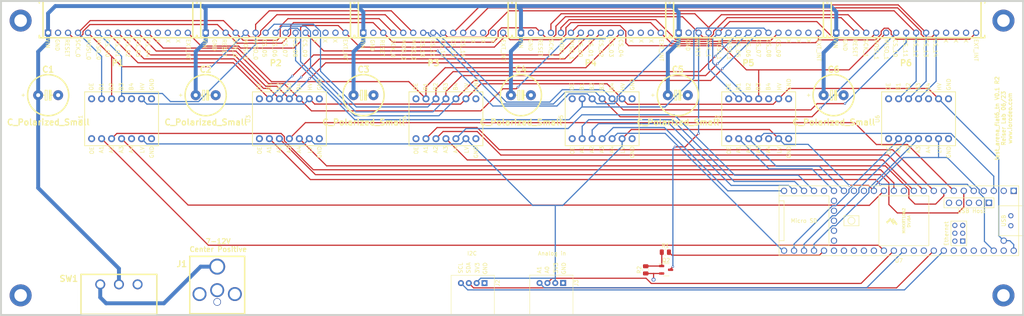
<source format=kicad_pcb>
(kicad_pcb (version 20241229) (generator "pcbnew") (generator_version "9.0")
  (title_block (title "G4 Test Arena Teensy 4.1") (date "7/14/2023") (rev "v0.1") (company "IORodeo"))
  (layers (0 "F.Cu" signal) (4 "In1.Cu" signal) (6 "In2.Cu" signal) (2 "B.Cu" signal) (13 "F.Paste" user) (15 "B.Paste" user) (5 "F.SilkS" user "F.Silkscreen") (7 "B.SilkS" user "B.Silkscreen") (1 "F.Mask" user) (3 "B.Mask" user) (25 "Edge.Cuts" user))
  (net 0 "")
  (net 1 "/3V3")
  (net 2 "/5V")
  (net 3 "/VIN")
  (net 4 "/VIN_SW")
  (net 5 "/SDA")
  (net 6 "/EXT_INT_5V")
  (net 7 "/MISO_0_3V3")
  (net 8 "/MISO_0_5V")
  (net 9 "/SCL")
  (net 10 "/A0")
  (net 11 "/MISO_1_3V3")
  (net 12 "/MISO_1_5V")
  (net 13 "/A1")
  (net 14 "/CS_00_5V")
  (net 15 "/CS_01_5V")
  (net 16 "/CS_02_5V")
  (net 17 "/CS_03_5V")
  (net 18 "/CS_04_5V")
  (net 21 "/MOSI_0_3V3")
  (net 22 "/MOSI_0_5V")
  (net 24 "/CS_05_5V")
  (net 25 "/MOSI_1_3V3")
  (net 26 "/MOSI_1_5V")
  (net 27 "/CS_06_5V")
  (net 28 "/CS_07_5V")
  (net 29 "/CS_08_5V")
  (net 30 "/CS_09_5V")
  (net 31 "/RESET")
  (net 32 "/RESET_PAN")
  (net 33 "/SCK_0_3V3")
  (net 34 "/SCK_0_5V")
  (net 35 "/SCK_1_3V3")
  (net 36 "/SCK_1_5V")
  (net 37 "GND")
  (net 41 "/CS_10_5V")
  (net 42 "/CS_11_5V")
  (net 43 "/CS_12_5V")
  (net 44 "/CS_13_5V")
  (net 45 "/CS_14_5V")
  (net 58 "Net-(Q2-G)")
  (net 68 "/CS_00_3V3")
  (net 69 "/CS_01_3V3")
  (net 70 "/CS_02_3V3")
  (net 71 "/CS_03_3V3")
  (net 74 "/CS_04_3V3")
  (net 75 "/CS_05_3V3")
  (net 76 "/CS_06_3V3")
  (net 77 "/CS_07_3V3")
  (net 80 "/CS_08_3V3")
  (net 81 "/CS_09_3V3")
  (net 82 "/CS_10_3V3")
  (net 83 "/CS_11_3V3")
  (net 86 "/CS_12_3V3")
  (net 87 "/CS_13_3V3")
  (net 88 "/CS_14_3V3")
  (footprint "arena_custom:Capacitor_Polarized" (layer "F.Cu") (at 52 74)
    (property "Reference" "C1")
    (property "Value" "C_Polarized_Small")
  )
  (footprint "arena_custom:Capacitor_Polarized" (layer "F.Cu") (at 92.0702 74)
    (property "Reference" "C2")
    (property "Value" "C_Polarized_Small")
  )
  (footprint "arena_custom:Capacitor_Polarized" (layer "F.Cu") (at 132.2202 74)
    (property "Reference" "C3")
    (property "Value" "C_Polarized_Small")
  )
  (footprint "arena_custom:Capacitor_Polarized" (layer "F.Cu") (at 172.25 74)
    (property "Reference" "C4")
    (property "Value" "C_Polarized_Small")
  )
  (footprint "arena_custom:Capacitor_Polarized" (layer "F.Cu") (at 212.1702 74)
    (property "Reference" "C5")
    (property "Value" "C_Polarized_Small")
  )
  (footprint "arena_custom:HEADER_TOP" (layer "F.Cu") (at 69.75 58.1)
    (property "Reference" "P1")
    (property "Value" "CONN15")
  )
  (footprint "arena_custom:HEADER_TOP" (layer "F.Cu") (at 109.85 58.1)
    (property "Reference" "P2")
    (property "Value" "CONN15")
  )
  (footprint "arena_custom:HEADER_TOP" (layer "F.Cu") (at 149.95 58.1)
    (property "Reference" "P3")
    (property "Value" "CONN15")
  )
  (footprint "arena_custom:HEADER_TOP" (layer "F.Cu") (at 190.05 58.1)
    (property "Reference" "P4")
    (property "Value" "CONN15")
  )
  (footprint "arena_custom:HEADER_TOP" (layer "F.Cu") (at 230.15 58.1)
    (property "Reference" "P5")
    (property "Value" "CONN15")
  )
  (footprint "arena_custom:HEADER_TOP" (layer "F.Cu") (at 270.25 58.1)
    (property "Reference" "P6")
    (property "Value" "CONN15")
  )
  (footprint "arena_custom:slide_switch" (layer "F.Cu") (at 70 124.74)
    (property "Reference" "SW1")
    (property "Value" "SW_SPDT" (hide yes))
  )
  (footprint "arena_custom:SPARKFUN_TXB0104" (layer "F.Cu") (at 70.68 80 90)
    (property "Reference" "U1")
    (property "Value" "SPARKFUN_TXB0104" (hide yes))
  )
  (footprint "arena_custom:SPARKFUN_TXB0104" (layer "F.Cu") (at 232.74 80 90)
    (property "Reference" "U2")
    (property "Value" "SPARKFUN_TXB0104" (hide yes))
  )
  (footprint "arena_custom:SPARKFUN_TXB0104" (layer "F.Cu") (at 113.36 80 90)
    (property "Reference" "U3")
    (property "Value" "SPARKFUN_TXB0104" (hide yes))
  )
  (footprint "arena_custom:SPARKFUN_TXB0104" (layer "F.Cu") (at 153.18 80 90)
    (property "Reference" "U4")
    (property "Value" "SPARKFUN_TXB0104" (hide yes))
  )
  (footprint "arena_custom:SPARKFUN_TXB0104" (layer "F.Cu") (at 192.92 80 90)
    (property "Reference" "U5")
    (property "Value" "SPARKFUN_TXB0104" (hide yes))
  )
  (footprint "arena_custom:SPARKFUN_TXB0104" (layer "F.Cu") (at 273.41 80 90)
    (property "Reference" "U6")
    (property "Value" "SPARKFUN_TXB0104" (hide yes))
  )
  (footprint "arena_custom:DCJACK_2PIN_HIGHCURRENT" (layer "F.Cu") (at 95 129.6738 180)
    (property "Reference" "J1")
    (property "Value" "Barrel_Jack" (hide yes))
  )
  (footprint "arena_custom:NS-Tech_Grove_1x04_P2mm_Horizontal" (layer "F.Cu") (at 160 121.88 -90)
    (property "Reference" "J2")
    (property "Value" "Conn_01x04_Pin")
  )
  (footprint "MountingHole:MountingHole_3.2mm_M3_DIN965_Pad" (layer "F.Cu") (at 45 55)
    (property "Reference" "H1" (hide yes))
    (property "Value" "MountingHole_Pad")
  )
  (footprint "MountingHole:MountingHole_3.2mm_M3_DIN965_Pad" (layer "F.Cu") (at 45 125)
    (property "Reference" "H2" (hide yes))
    (property "Value" "MountingHole_Pad")
  )
  (footprint "MountingHole:MountingHole_3.2mm_M3_DIN965_Pad" (layer "F.Cu") (at 295 55)
    (property "Reference" "H4" (hide yes))
    (property "Value" "MountingHole_Pad")
  )
  (footprint "teensy:Teensy41" (layer "F.Cu") (at 268.4 105.9884 180)
    (property "Reference" "U7")
    (property "Value" "Teensy4.1")
  )
  (footprint "MountingHole:MountingHole_3.2mm_M3_DIN965_Pad" (layer "F.Cu") (at 295 125)
    (property "Reference" "H3" (hide yes))
    (property "Value" "MountingHole_Pad")
  )
  (footprint "arena_custom:NS-Tech_Grove_1x04_P2mm_Horizontal" (layer "F.Cu") (at 180 121.85 -90)
    (property "Reference" "J3")
    (property "Value" "Conn_01x04_Pin")
  )
  (footprint "Resistor_SMD:R_0805_2012Metric" (layer "F.Cu") (at 209 114)
    (property "Reference" "R1")
    (property "Value" "200")
  )
  (footprint "arena_custom:Capacitor_Polarized" (layer "F.Cu") (at 251.8 74)
    (property "Reference" "C6")
    (property "Value" "C_Polarized_Small")
  )
  (footprint "Resistor_SMD:R_0805_2012Metric" (layer "F.Cu") (at 204 118.5 90)
    (property "Reference" "R2")
    (property "Value" "20k")
  )
  (footprint "Package_TO_SOT_SMD:SOT-23-3" (layer "F.Cu") (at 209.19 118.48)
    (property "Reference" "Q2")
    (property "Value" "MOSFET_NCHAN")
  )
  (gr_line (start 40 50) (end 40 130) (stroke (width 0.5)) (layer "Edge.Cuts"))
  (gr_line (start 40 50) (end 300 50) (stroke (width 0.5)) (layer "Edge.Cuts"))
  (gr_line (start 40 130) (end 300 130) (stroke (width 0.5)) (layer "Edge.Cuts"))
  (gr_line (start 300 50) (end 300 130) (stroke (width 0.5)) (layer "Edge.Cuts"))
  (gr_text "7-12V\nCenter Positive" (at 95.25 112.25 0) (layer "F.SilkS") (effects (font (size 1.27 1.27) (thickness 0.254))))
  (gr_text "test_arena_flat6_tn V0.1 R2\nReiser Lab 06/23\nwww.iorodeo.com" (at 295.02 79.88 90) (layer "F.SilkS") (effects (font (size 1.016 1.016) (thickness 0.2032))))
  (gr_text "CS_08" (at 234.7 59.6 270) (layer "F.SilkS") (effects (font (size 1 1)) (justify left bottom)))
  (gr_text "EXT_INT" (at 167.2 59.7 270) (layer "F.SilkS") (effects (font (size 1 1)) (justify left bottom)))
  (gr_text "CS_06" (at 229.5 59.6 270) (layer "F.SilkS") (effects (font (size 1 1)) (justify left bottom)))
  (gr_text "RESET" (at 216.65 59.6 270) (layer "F.SilkS") (effects (font (size 1 1)) (justify left bottom)))
  (gr_text "SCK_0" (at 139.15 59.7 270) (layer "F.SilkS") (effects (font (size 1 1)) (justify left bottom)))
  (gr_text "SDA" (at 159.5 119.5 90) (layer "F.SilkS") (effects (font (size 1 1)) (justify left bottom)))
  (gr_text "CS_04" (at 197.1 59.6 270) (layer "F.SilkS") (effects (font (size 1 1)) (justify left bottom)))
  (gr_text "CS_13" (at 154.45 59.7 270) (layer "F.SilkS") (effects (font (size 1 1)) (justify left bottom)))
  (gr_text "X" (at 162.05 59.7 270) (layer "F.SilkS") (effects (font (size 1 1)) (justify left bottom)))
  (gr_text "A1" (at 177.5 119.5 90) (layer "F.SilkS") (effects (font (size 1 1)) (justify left bottom)))
  (gr_text "CS_02" (at 71.7 59.6 270) (layer "F.SilkS") (effects (font (size 1 1)) (justify left bottom)))
  (gr_text "CS_09" (at 237.15 59.6 270) (layer "F.SilkS") (effects (font (size 1 1)) (justify left bottom)))
  (gr_text "EXT_INT" (at 207.4 59.6 270) (layer "F.SilkS") (effects (font (size 1 1)) (justify left bottom)))
  (gr_text "CS_14" (at 277.15 59.6 270) (layer "F.SilkS") (effects (font (size 1 1)) (justify left bottom)))
  (gr_text "CS_01" (at 189.45 59.6 270) (layer "F.SilkS") (effects (font (size 1 1)) (justify left bottom)))
  (gr_text "MISO_1" (at 184.6 59.6 270) (layer "F.SilkS") (effects (font (size 1 1)) (justify left bottom)))
  (gr_text "GND" (at 183.75 119.75 90) (layer "F.SilkS") (effects (font (size 1 1)) (justify left bottom)))
  (gr_text "MISO_0" (at 104.2 59.6 270) (layer "F.SilkS") (effects (font (size 1 1)) (justify left bottom)))
  (gr_text "RESET" (at 56.25 59.6 270) (layer "F.SilkS") (effects (font (size 1 1)) (justify left bottom)))
  (gr_text "EXT_INT" (at 247.45 59.6 270) (layer "F.SilkS") (effects (font (size 1 1)) (justify left bottom)))
  (gr_text "X" (at 119.3 59.6 270) (layer "F.SilkS") (effects (font (size 1 1)) (justify left bottom)))
  (gr_text "CS_07" (at 232.1 59.6 270) (layer "F.SilkS") (effects (font (size 1 1)) (justify left bottom)))
  (gr_text "A0" (at 179.5 119.5 90) (layer "F.SilkS") (effects (font (size 1 1)) (justify left bottom)))
  (gr_text "X" (at 159.5 59.7 270) (layer "F.SilkS") (effects (font (size 1 1)) (justify left bottom)))
  (gr_text "MOSI_1" (at 222.1 59.6 270) (layer "F.SilkS") (effects (font (size 1 1)) (justify left bottom)))
  (gr_text "X" (at 124.4 59.6 270) (layer "F.SilkS") (effects (font (size 1 1)) (justify left bottom)))
  (gr_text "MOSI_0" (at 101.65 59.6 270) (layer "F.SilkS") (effects (font (size 1 1)) (justify left bottom)))
  (gr_text "SCL" (at 157.5 119.5 90) (layer "F.SilkS") (effects (font (size 1 1)) (justify left bottom)))
  (gr_text "X" (at 242.3 59.6 270) (layer "F.SilkS") (effects (font (size 1 1)) (justify left bottom)))
  (gr_text "Analog in" (at 176.5 114.9 0) (layer "F.SilkS") (effects (font (size 1 1)) (justify left bottom)))
  (gr_text "MOSI_1" (at 262.1 59.6 270) (layer "F.SilkS") (effects (font (size 1 1)) (justify left bottom)))
  (gr_text "X" (at 244.85 59.6 270) (layer "F.SilkS") (effects (font (size 1 1)) (justify left bottom)))
  (gr_text "CS_03" (at 74.3 59.6 270) (layer "F.SilkS") (effects (font (size 1 1)) (justify left bottom)))
  (gr_text "CS_09" (at 116.7 59.6 270) (layer "F.SilkS") (effects (font (size 1 1)) (justify left bottom)))
  (gr_text "MOSI_0" (at 141.85 59.7 270) (layer "F.SilkS") (effects (font (size 1 1)) (justify left bottom)))
  (gr_text "X" (at 284.85 59.6 270) (layer "F.SilkS") (effects (font (size 1 1)) (justify left bottom)))
  (gr_text "SCK_1" (at 259.4 59.6 270) (layer "F.SilkS") (effects (font (size 1 1)) (justify left bottom)))
  (gr_text "SCK_0" (at 98.95 59.6 270) (layer "F.SilkS") (effects (font (size 1 1)) (justify left bottom)))
  (gr_text "MOSI_0" (at 61.7 59.6 270) (layer "F.SilkS") (effects (font (size 1 1)) (justify left bottom)))
  (gr_text "CS_05" (at 106.45 59.6 270) (layer "F.SilkS") (effects (font (size 1 1)) (justify left bottom)))
  (gr_text "X" (at 79.35 59.6 270) (layer "F.SilkS") (effects (font (size 1 1)) (justify left bottom)))
  (gr_text "CS_10" (at 146.65 59.7 270) (layer "F.SilkS") (effects (font (size 1 1)) (justify left bottom)))
  (gr_text "I2C" (at 158.5 114.9 0) (layer "F.SilkS") (effects (font (size 1 1)) (justify left bottom)))
  (gr_text "GND" (at 254.15 59.6 270) (layer "F.SilkS") (effects (font (size 1 1)) (justify left bottom)))
  (gr_text "SCK_1" (at 179.35 59.6 270) (layer "F.SilkS") (effects (font (size 1 1)) (justify left bottom)))
  (gr_text "CS_10" (at 266.9 59.6 270) (layer "F.SilkS") (effects (font (size 1 1)) (justify left bottom)))
  (gr_text "CS_11" (at 269.5 59.6 270) (layer "F.SilkS") (effects (font (size 1 1)) (justify left bottom)))
  (gr_text "CS_12" (at 272.1 59.6 270) (layer "F.SilkS") (effects (font (size 1 1)) (justify left bottom)))
  (gr_text "CS_07" (at 111.65 59.6 270) (layer "F.SilkS") (effects (font (size 1 1)) (justify left bottom)))
  (gr_text "VIN" (at 51.3 59.6 270) (layer "F.SilkS") (effects (font (size 1 1)) (justify left bottom)))
  (gr_text "VIN" (at 131.45 59.7 270) (layer "F.SilkS") (effects (font (size 1 1)) (justify left bottom)))
  (gr_text "X" (at 279.75 59.6 270) (layer "F.SilkS") (effects (font (size 1 1)) (justify left bottom)))
  (gr_text "SCK_0" (at 59 59.6 270) (layer "F.SilkS") (effects (font (size 1 1)) (justify left bottom)))
  (gr_text "X" (at 239.75 59.6 270) (layer "F.SilkS") (effects (font (size 1 1)) (justify left bottom)))
  (gr_text "MISO_1" (at 264.65 59.6 270) (layer "F.SilkS") (effects (font (size 1 1)) (justify left bottom)))
  (gr_text "3V3" (at 161.75 119.5 90) (layer "F.SilkS") (effects (font (size 1 1)) (justify left bottom)))
  (gr_text "RESET" (at 136.4 59.7 270) (layer "F.SilkS") (effects (font (size 1 1)) (justify left bottom)))
  (gr_text "RESET" (at 176.6 59.6 270) (layer "F.SilkS") (effects (font (size 1 1)) (justify left bottom)))
  (gr_text "EXT_INT" (at 287.45 59.6 270) (layer "F.SilkS") (effects (font (size 1 1)) (justify left bottom)))
  (gr_text "RESET" (at 256.65 59.6 270) (layer "F.SilkS") (effects (font (size 1 1)) (justify left bottom)))
  (gr_text "MOSI_1" (at 182.05 59.6 270) (layer "F.SilkS") (effects (font (size 1 1)) (justify left bottom)))
  (gr_text "X" (at 164.6 59.7 270) (layer "F.SilkS") (effects (font (size 1 1)) (justify left bottom)))
  (gr_text "RESET" (at 96.2 59.6 270) (layer "F.SilkS") (effects (font (size 1 1)) (justify left bottom)))
  (gr_text "GND" (at 174.1 59.6 270) (layer "F.SilkS") (effects (font (size 1 1)) (justify left bottom)))
  (gr_text "VIN" (at 211.7 59.6 270) (layer "F.SilkS") (effects (font (size 1 1)) (justify left bottom)))
  (gr_text "MISO_0" (at 144.4 59.7 270) (layer "F.SilkS") (effects (font (size 1 1)) (justify left bottom)))
  (gr_text "X" (at 202.25 59.6 270) (layer "F.SilkS") (effects (font (size 1 1)) (justify left bottom)))
  (gr_text "CS_00" (at 66.5 59.6 270) (layer "F.SilkS") (effects (font (size 1 1)) (justify left bottom)))
  (gr_text "CS_14" (at 156.9 59.7 270) (layer "F.SilkS") (effects (font (size 1 1)) (justify left bottom)))
  (gr_text "X" (at 121.85 59.6 270) (layer "F.SilkS") (effects (font (size 1 1)) (justify left bottom)))
  (gr_text "CS_11" (at 149.25 59.7 270) (layer "F.SilkS") (effects (font (size 1 1)) (justify left bottom)))
  (gr_text "SCK_1" (at 219.4 59.6 270) (layer "F.SilkS") (effects (font (size 1 1)) (justify left bottom)))
  (gr_text "CS_06" (at 109.05 59.6 270) (layer "F.SilkS") (effects (font (size 1 1)) (justify left bottom)))
  (gr_text "GND" (at 93.7 59.6 270) (layer "F.SilkS") (effects (font (size 1 1)) (justify left bottom)))
  (gr_text "MISO_0" (at 64.25 59.6 270) (layer "F.SilkS") (effects (font (size 1 1)) (justify left bottom)))
  (gr_text "CS_04" (at 76.75 59.6 270) (layer "F.SilkS") (effects (font (size 1 1)) (justify left bottom)))
  (gr_text "VIN" (at 251.7 59.6 270) (layer "F.SilkS") (effects (font (size 1 1)) (justify left bottom)))
  (gr_text "CS_13" (at 274.7 59.6 270) (layer "F.SilkS") (effects (font (size 1 1)) (justify left bottom)))
  (gr_text "GND" (at 163.75 119.75 90) (layer "F.SilkS") (effects (font (size 1 1)) (justify left bottom)))
  (gr_text "X" (at 199.7 59.6 270) (layer "F.SilkS") (effects (font (size 1 1)) (justify left bottom)))
  (gr_text "GND" (at 214.15 59.6 270) (layer "F.SilkS") (effects (font (size 1 1)) (justify left bottom)))
  (gr_text "CS_00" (at 186.85 59.6 270) (layer "F.SilkS") (effects (font (size 1 1)) (justify left bottom)))
  (gr_text "CS_08" (at 114.25 59.6 270) (layer "F.SilkS") (effects (font (size 1 1)) (justify left bottom)))
  (gr_text "MISO_1" (at 224.65 59.6 270) (layer "F.SilkS") (effects (font (size 1 1)) (justify left bottom)))
  (gr_text "EXT_INT" (at 127 59.6 270) (layer "F.SilkS") (effects (font (size 1 1)) (justify left bottom)))
  (gr_text "GND" (at 53.75 59.6 270) (layer "F.SilkS") (effects (font (size 1 1)) (justify left bottom)))
  (gr_text "VIN" (at 171.65 59.6 270) (layer "F.SilkS") (effects (font (size 1 1)) (justify left bottom)))
  (gr_text "CS_12" (at 151.85 59.7 270) (layer "F.SilkS") (effects (font (size 1 1)) (justify left bottom)))
  (gr_text "CS_01" (at 69.1 59.6 270) (layer "F.SilkS") (effects (font (size 1 1)) (justify left bottom)))
  (gr_text "X" (at 204.8 59.6 270) (layer "F.SilkS") (effects (font (size 1 1)) (justify left bottom)))
  (gr_text "VIN" (at 91.25 59.6 270) (layer "F.SilkS") (effects (font (size 1 1)) (justify left bottom)))
  (gr_text "CS_03" (at 194.65 59.6 270) (layer "F.SilkS") (effects (font (size 1 1)) (justify left bottom)))
  (gr_text "GND" (at 133.9 59.7 270) (layer "F.SilkS") (effects (font (size 1 1)) (justify left bottom)))
  (gr_text "X" (at 81.9 59.6 270) (layer "F.SilkS") (effects (font (size 1 1)) (justify left bottom)))
  (gr_text "EXT_INT" (at 87.05 59.6 270) (layer "F.SilkS") (effects (font (size 1 1)) (justify left bottom)))
  (gr_text "CS_02" (at 192.05 59.6 270) (layer "F.SilkS") (effects (font (size 1 1)) (justify left bottom)))
  (gr_text "X" (at 282.3 59.6 270) (layer "F.SilkS") (effects (font (size 1 1)) (justify left bottom)))
  (gr_text "CS_05" (at 226.9 59.6 270) (layer "F.SilkS") (effects (font (size 1 1)) (justify left bottom)))
  (gr_text "3V3" (at 181.75 119.5 90) (layer "F.SilkS") (effects (font (size 1 1)) (justify left bottom)))
  (gr_text "X" (at 84.45 59.6 270) (layer "F.SilkS") (effects (font (size 1 1)) (justify left bottom)))
  (segment (start 198 85.08) (end 200.33 82.75) (width 0.3) (layer "F.Cu") (net 1))
  (segment (start 262.05 98.3684) (end 260.6695 96.9879) (width 0.3) (layer "F.Cu") (net 1))
  (segment (start 200.33 82.75) (end 235.49 82.75) (width 0.3) (layer "F.Cu") (net 1))
  (segment (start 235.49 82.75) (end 237.82 85.08) (width 0.3) (layer "F.Cu") (net 1))
  (segment (start 260.6695 96.9879) (end 255.7712 96.9879) (width 0.3) (layer "F.Cu") (net 1))
  (via (at 255.7712 96.9879) (size 0.6) (drill 0.3) (layers "F.Cu" "B.Cu") (net 1))
  (segment (start 269.5338 89.8765) (end 278.49 89.8765) (width 0.3) (layer "B.Cu") (net 1))
  (segment (start 161 121.6597) (end 162.0278 120.6319) (width 0.3) (layer "B.Cu") (net 1))
  (segment (start 198 87) (end 198 85.08) (width 0.3) (layer "B.Cu") (net 1))
  (segment (start 181 120.6319) (end 181 102.08) (width 0.3) (layer "B.Cu") (net 1))
  (segment (start 118.44 85.08) (end 119.7792 86.4192) (width 0.3) (layer "B.Cu") (net 1))
  (segment (start 182.92 102.08) (end 198 87) (width 0.3) (layer "B.Cu") (net 1))
  (segment (start 280.6532 89.8765) (end 288.8398 98.0631) (width 0.3) (layer "B.Cu") (net 1))
  (segment (start 262.05 97.3603) (end 269.5338 89.8765) (width 0.3) (layer "B.Cu") (net 1))
  (segment (start 278.49 89.8765) (end 278.49 85.08) (width 0.3) (layer "B.Cu") (net 1))
  (segment (start 75.76 85.08) (end 77.0992 86.4192) (width 0.3) (layer "B.Cu") (net 1))
  (segment (start 162.0278 120.6319) (end 181 120.6319) (width 0.3) (layer "B.Cu") (net 1))
  (segment (start 239.2619 86.5219) (end 237.82 85.08) (width 0.3) (layer "B.Cu") (net 1))
  (segment (start 175.26 102.08) (end 158.26 85.08) (width 0.3) (layer "B.Cu") (net 1))
  (segment (start 255.7712 96.9879) (end 245.3052 86.5219) (width 0.3) (layer "B.Cu") (net 1))
  (segment (start 181 102.08) (end 182.92 102.08) (width 0.3) (layer "B.Cu") (net 1))
  (segment (start 181 102.08) (end 175.26 102.08) (width 0.3) (layer "B.Cu") (net 1))
  (segment (start 288.8398 98.0631) (end 288.8398 98.892) (width 0.3) (layer "B.Cu") (net 1))
  (segment (start 181 121.85) (end 181 120.6319) (width 0.3) (layer "B.Cu") (net 1))
  (segment (start 278.49 89.8765) (end 280.6532 89.8765) (width 0.3) (layer "B.Cu") (net 1))
  (segment (start 161 121.88) (end 161 121.6597) (width 0.3) (layer "B.Cu") (net 1))
  (segment (start 290.1606 100.2128) (end 290.1606 111.239) (width 0.3) (layer "B.Cu") (net 1))
  (segment (start 262.05 98.3684) (end 262.05 97.3603) (width 0.3) (layer "B.Cu") (net 1))
  (segment (start 156.9208 86.4192) (end 158.26 85.08) (width 0.3) (layer "B.Cu") (net 1))
  (segment (start 245.3052 86.5219) (end 239.2619 86.5219) (width 0.3) (layer "B.Cu") (net 1))
  (segment (start 77.0992 86.4192) (end 117.1008 86.4192) (width 0.3) (layer "B.Cu") (net 1))
  (segment (start 288.8398 98.892) (end 290.1606 100.2128) (width 0.3) (layer "B.Cu") (net 1))
  (segment (start 290.1606 111.239) (end 292.53 113.6084) (width 0.3) (layer "B.Cu") (net 1))
  (segment (start 117.1008 86.4192) (end 118.44 85.08) (width 0.3) (layer "B.Cu") (net 1))
  (segment (start 119.7792 86.4192) (end 156.9208 86.4192) (width 0.3) (layer "B.Cu") (net 1))
  (segment (start 194.18 71.1) (end 198 74.92) (width 0.3) (layer "F.Cu") (net 2))
  (segment (start 118.44 74.92) (end 119.7839 76.2639) (width 0.3) (layer "F.Cu") (net 2))
  (segment (start 236.4249 76.3151) (end 237.82 74.92) (width 0.3) (layer "F.Cu") (net 2))
  (segment (start 156.9161 76.2639) (end 158.26 74.92) (width 0.3) (layer "F.Cu") (net 2))
  (segment (start 237.82 74.92) (end 240.4601 72.2799) (width 0.3) (layer "F.Cu") (net 2))
  (segment (start 119.7839 76.2639) (end 156.9161 76.2639) (width 0.3) (layer "F.Cu") (net 2))
  (segment (start 158.26 74.92) (end 162.08 71.1) (width 0.3) (layer "F.Cu") (net 2))
  (segment (start 162.08 71.1) (end 194.18 71.1) (width 0.3) (layer "F.Cu") (net 2))
  (segment (start 240.4601 72.2799) (end 275.8499 72.2799) (width 0.3) (layer "F.Cu") (net 2))
  (segment (start 275.8499 72.2799) (end 278.49 74.92) (width 0.3) (layer "F.Cu") (net 2))
  (segment (start 198 74.92) (end 199.3951 76.3151) (width 0.3) (layer "F.Cu") (net 2))
  (segment (start 199.3951 76.3151) (end 236.4249 76.3151) (width 0.3) (layer "F.Cu") (net 2))
  (segment (start 297.61 113.6084) (end 297.61 112.06) (width 0.3) (layer "B.Cu") (net 2))
  (segment (start 278.49 74.92) (end 293.8 90.23) (width 0.3) (layer "B.Cu") (net 2))
  (segment (start 75.76 74.92) (end 77.1107 76.2707) (width 0.3) (layer "B.Cu") (net 2))
  (segment (start 117.0893 76.2707) (end 118.44 74.92) (width 0.3) (layer "B.Cu") (net 2))
  (segment (start 293.8 109.7984) (end 295.07 111.0684) (width 0.3) (layer "B.Cu") (net 2))
  (segment (start 296.6184 111.0684) (end 295.07 111.0684) (width 0.3) (layer "B.Cu") (net 2))
  (segment (start 293.8 90.23) (end 293.8 109.7984) (width 0.3) (layer "B.Cu") (net 2))
  (segment (start 297.61 112.06) (end 296.6184 111.0684) (width 0.3) (layer "B.Cu") (net 2))
  (segment (start 77.1107 76.2707) (end 117.0893 76.2707) (width 0.3) (layer "B.Cu") (net 2))
  (segment (start 91.31 51.3) (end 91.32 51.31) (width 1) (layer "B.Cu") (net 3))
  (segment (start 212.37 52.93) (end 212.37 58.1) (width 1) (layer "B.Cu") (net 3))
  (segment (start 252.47 58.1) (end 252.47 59.95) (width 1) (layer "B.Cu") (net 3))
  (segment (start 129.68 68.5618) (end 129.68 74) (width 1) (layer "B.Cu") (net 3))
  (segment (start 210.78 51.34) (end 212.37 52.93) (width 1) (layer "B.Cu") (net 3))
  (segment (start 209.63 68.6449) (end 209.6302 68.6451) (width 0.3) (layer "B.Cu") (net 3))
  (segment (start 251.06 51.34) (end 252.47 52.75) (width 1) (layer "B.Cu") (net 3))
  (segment (start 210.78 51.34) (end 251.06 51.34) (width 1) (layer "B.Cu") (net 3))
  (segment (start 91.31 51.3) (end 91.32 51.31) (width 1) (layer "B.Cu") (net 3))
  (segment (start 91.32 51.31) (end 92.07 52.06) (width 1) (layer "B.Cu") (net 3))
  (segment (start 89.5302 62.8998) (end 89.5302 74) (width 1) (layer "B.Cu") (net 3))
  (segment (start 51.97 60.4) (end 51.97 58.1) (width 1) (layer "B.Cu") (net 3))
  (segment (start 70 118.17) (end 49.46 97.63) (width 1) (layer "B.Cu") (net 3))
  (segment (start 209.63 63.2898) (end 209.63 68.6449) (width 1) (layer "B.Cu") (net 3))
  (segment (start 130.67 51.31) (end 171.28 51.31) (width 1) (layer "B.Cu") (net 3))
  (segment (start 210.75 51.31) (end 210.78 51.34) (width 1) (layer "B.Cu") (net 3))
  (segment (start 209.6302 68.6451) (end 209.6302 74) (width 0.3) (layer "B.Cu") (net 3))
  (segment (start 209.63 68.6449) (end 209.63 74) (width 1) (layer "B.Cu") (net 3))
  (segment (start 210.75 51.31) (end 210.78 51.34) (width 1) (layer "B.Cu") (net 3))
  (segment (start 92.07 52.06) (end 92.07 58.1) (width 1) (layer "B.Cu") (net 3))
  (segment (start 132.17 58.1) (end 132.17 60.46) (width 1) (layer "B.Cu") (net 3))
  (segment (start 49.46 62.91) (end 51.97 60.4) (width 1) (layer "B.Cu") (net 3))
  (segment (start 172.27 58.1) (end 172.27 60.27) (width 1) (layer "B.Cu") (net 3))
  (segment (start 49.46 74) (end 49.46 62.91) (width 1) (layer "B.Cu") (net 3))
  (segment (start 172.27 60.27) (end 169.71 62.83) (width 1) (layer "B.Cu") (net 3))
  (segment (start 92.07 60.36) (end 89.5302 62.8998) (width 1) (layer "B.Cu") (net 3))
  (segment (start 172.27 58.1) (end 172.27 52.3) (width 1) (layer "B.Cu") (net 3))
  (segment (start 132.17 60.46) (end 129.68 62.9498) (width 1) (layer "B.Cu") (net 3))
  (segment (start 252.47 52.75) (end 252.47 58.1) (width 1) (layer "B.Cu") (net 3))
  (segment (start 169.71 62.83) (end 169.71 74) (width 1) (layer "B.Cu") (net 3))
  (segment (start 51.97 58.1) (end 51.97 53.16) (width 1) (layer "B.Cu") (net 3))
  (segment (start 70 122.2) (end 70 118.17) (width 1) (layer "B.Cu") (net 3))
  (segment (start 132.17 52.81) (end 132.17 58.1) (width 1) (layer "B.Cu") (net 3))
  (segment (start 91.32 51.31) (end 130.67 51.31) (width 1) (layer "B.Cu") (net 3))
  (segment (start 92.07 58.1) (end 92.07 60.36) (width 1) (layer "B.Cu") (net 3))
  (segment (start 129.68 68.5618) (end 129.6802 68.562) (width 0.3) (layer "B.Cu") (net 3))
  (segment (start 249.26 63.16) (end 249.26 74) (width 1) (layer "B.Cu") (net 3))
  (segment (start 172.27 52.3) (end 171.28 51.31) (width 1) (layer "B.Cu") (net 3))
  (segment (start 212.37 60.55) (end 209.63 63.2898) (width 1) (layer "B.Cu") (net 3))
  (segment (start 252.47 59.95) (end 249.26 63.16) (width 1) (layer "B.Cu") (net 3))
  (segment (start 53.83 51.3) (end 91.31 51.3) (width 1) (layer "B.Cu") (net 3))
  (segment (start 171.28 51.31) (end 210.75 51.31) (width 1) (layer "B.Cu") (net 3))
  (segment (start 129.68 62.9498) (end 129.68 68.5618) (width 1) (layer "B.Cu") (net 3))
  (segment (start 51.97 53.16) (end 53.83 51.3) (width 1) (layer "B.Cu") (net 3))
  (segment (start 49.46 97.63) (end 49.46 74) (width 1) (layer "B.Cu") (net 3))
  (segment (start 130.67 51.31) (end 132.17 52.81) (width 1) (layer "B.Cu") (net 3))
  (segment (start 212.37 58.1) (end 212.37 60.55) (width 1) (layer "B.Cu") (net 3))
  (segment (start 129.6802 68.562) (end 129.6802 74) (width 0.3) (layer "B.Cu") (net 3))
  (segment (start 81.45 127.02) (end 66.74 127.02) (width 1) (layer "B.Cu") (net 4))
  (segment (start 90.785 117.685) (end 81.45 127.02) (width 1) (layer "B.Cu") (net 4))
  (segment (start 95 117.685) (end 90.785 117.685) (width 1) (layer "B.Cu") (net 4))
  (segment (start 66.74 127.02) (end 65.2502 125.53) (width 1) (layer "B.Cu") (net 4))
  (segment (start 65.2502 125.53) (end 65.2502 122.2) (width 1) (layer "B.Cu") (net 4))
  (segment (start 160.2122 123.0922) (end 267.8062 123.0922) (width 0.3) (layer "F.Cu") (net 5))
  (segment (start 159 121.88) (end 160.2122 123.0922) (width 0.3) (layer "F.Cu") (net 5))
  (segment (start 267.8062 123.0922) (end 277.29 113.6084) (width 0.3) (layer "F.Cu") (net 5))
  (segment (start 114.5 62) (end 100.957106 62) (width 0.3) (layer "F.Cu") (net 6))
  (segment (start 266.44 58.4739) (end 267.7211 59.755) (width 0.3) (layer "F.Cu") (net 6))
  (segment (start 264.6663 56.9455) (end 265.6879 56.9455) (width 0.3) (layer "F.Cu") (net 6))
  (segment (start 167.73 59.52) (end 167.73 58.1) (width 0.3) (layer "F.Cu") (net 6))
  (segment (start 165.5 61.75) (end 167.73 59.52) (width 0.3) (layer "F.Cu") (net 6))
  (segment (start 116.2 60.3) (end 114.5 62) (width 0.3) (layer "F.Cu") (net 6))
  (segment (start 247.2261 60.6154) (end 223.3189 60.6154) (width 0.3) (layer "F.Cu") (net 6))
  (segment (start 90.93 61.5) (end 87.53 58.1) (width 0.3) (layer "F.Cu") (net 6))
  (segment (start 247.93 59.9115) (end 247.2261 60.6154) (width 0.3) (layer "F.Cu") (net 6))
  (segment (start 223.0452 60.8891) (end 210.6191 60.8891) (width 0.3) (layer "F.Cu") (net 6))
  (segment (start 127.63 58.1) (end 125.78 56.25) (width 0.3) (layer "F.Cu") (net 6))
  (segment (start 247.93 59.9115) (end 247.93 58.1) (width 0.3) (layer "F.Cu") (net 6))
  (segment (start 205.23 55.5) (end 207.83 58.1) (width 0.3) (layer "F.Cu") (net 6))
  (segment (start 185 55.5) (end 205.23 55.5) (width 0.3) (layer "F.Cu") (net 6))
  (segment (start 265.6879 56.9455) (end 266.44 57.6976) (width 0.3) (layer "F.Cu") (net 6))
  (segment (start 182.3635 59.8626) (end 183.7 58.5261) (width 0.3) (layer "F.Cu") (net 6))
  (segment (start 266.44 57.6976) (end 266.44 58.4739) (width 0.3) (layer "F.Cu") (net 6))
  (segment (start 100.957106 62) (end 100.457106 61.5) (width 0.3) (layer "F.Cu") (net 6))
  (segment (start 116.2 56.8) (end 116.2 60.3) (width 0.3) (layer "F.Cu") (net 6))
  (segment (start 263.9 57.7118) (end 264.6663 56.9455) (width 0.3) (layer "F.Cu") (net 6))
  (segment (start 169.4926 59.8626) (end 182.3635 59.8626) (width 0.3) (layer "F.Cu") (net 6))
  (segment (start 183.7 58.5261) (end 183.7 56.8) (width 0.3) (layer "F.Cu") (net 6))
  (segment (start 116.75 56.25) (end 116.2 56.8) (width 0.3) (layer "F.Cu") (net 6))
  (segment (start 183.7 56.8) (end 185 55.5) (width 0.3) (layer "F.Cu") (net 6))
  (segment (start 127.63 58.1) (end 131.28 61.75) (width 0.3) (layer "F.Cu") (net 6))
  (segment (start 263.9 58.4566) (end 263.9 57.7118) (width 0.3) (layer "F.Cu") (net 6))
  (segment (start 210.6191 60.8891) (end 207.83 58.1) (width 0.3) (layer "F.Cu") (net 6))
  (segment (start 286.375 59.755) (end 288.03 58.1) (width 0.3) (layer "F.Cu") (net 6))
  (segment (start 100.457106 61.5) (end 90.93 61.5) (width 0.3) (layer "F.Cu") (net 6))
  (segment (start 131.28 61.75) (end 165.5 61.75) (width 0.3) (layer "F.Cu") (net 6))
  (segment (start 223.3189 60.6154) (end 223.0452 60.8891) (width 0.3) (layer "F.Cu") (net 6))
  (segment (start 247.93 59.9115) (end 262.4451 59.9115) (width 0.3) (layer "F.Cu") (net 6))
  (segment (start 125.78 56.25) (end 116.75 56.25) (width 0.3) (layer "F.Cu") (net 6))
  (segment (start 267.7211 59.755) (end 286.375 59.755) (width 0.3) (layer "F.Cu") (net 6))
  (segment (start 167.73 58.1) (end 169.4926 59.8626) (width 0.3) (layer "F.Cu") (net 6))
  (segment (start 262.4451 59.9115) (end 263.9 58.4566) (width 0.3) (layer "F.Cu") (net 6))
  (segment (start 251.355254 102) (end 251.413654 102.0584) (width 0.3) (layer "F.Cu") (net 7))
  (segment (start 251.413654 102.0584) (end 260.9 102.0584) (width 0.3) (layer "F.Cu") (net 7))
  (segment (start 87.6 102) (end 251.355254 102) (width 0.3) (layer "F.Cu") (net 7))
  (segment (start 70.68 85.08) (end 87.6 102) (width 0.3) (layer "F.Cu") (net 7))
  (segment (start 260.9 102.0584) (end 264.59 98.3684) (width 0.3) (layer "F.Cu") (net 7))
  (segment (start 108.25 52.5) (end 104.77 55.98) (width 0.3) (layer "F.Cu") (net 8))
  (segment (start 104.77 55.98) (end 104.77 58.1) (width 0.3) (layer "F.Cu") (net 8))
  (segment (start 139.27 52.5) (end 108.25 52.5) (width 0.3) (layer "F.Cu") (net 8))
  (segment (start 144.87 58.1) (end 139.27 52.5) (width 0.3) (layer "F.Cu") (net 8))
  (segment (start 70.68 73.5616) (end 70.68 74.92) (width 0.3) (layer "B.Cu") (net 8))
  (segment (start 64.67 58.1) (end 70.68 64.11) (width 0.3) (layer "B.Cu") (net 8))
  (segment (start 90.2244 75.6336) (end 83.1171 75.6336) (width 0.3) (layer "B.Cu") (net 8))
  (segment (start 83.1171 75.6336) (end 81.0451 73.5616) (width 0.3) (layer "B.Cu") (net 8))
  (segment (start 104.77 58.1) (end 104.77 61.088) (width 0.3) (layer "B.Cu") (net 8))
  (segment (start 70.68 64.11) (end 70.68 73.5616) (width 0.3) (layer "B.Cu") (net 8))
  (segment (start 81.0451 73.5616) (end 70.68 73.5616) (width 0.3) (layer "B.Cu") (net 8))
  (segment (start 104.77 61.088) (end 90.2244 75.6336) (width 0.3) (layer "B.Cu") (net 8))
  (segment (start 158.7257 123.6057) (end 269.8327 123.6057) (width 0.3) (layer "B.Cu") (net 9))
  (segment (start 157 121.88) (end 158.7257 123.6057) (width 0.3) (layer "B.Cu") (net 9))
  (segment (start 269.8327 123.6057) (end 279.83 113.6084) (width 0.3) (layer "B.Cu") (net 9))
  (segment (start 180.2122 120.6378) (end 204.0858 120.6378) (width 0.3) (layer "F.Cu") (net 10))
  (segment (start 204.0858 120.6378) (end 205.4132 121.9652) (width 0.3) (layer "F.Cu") (net 10))
  (segment (start 205.4132 121.9652) (end 258.7732 121.9652) (width 0.3) (layer "F.Cu") (net 10))
  (segment (start 179 121.85) (end 180.2122 120.6378) (width 0.3) (layer "F.Cu") (net 10))
  (segment (start 258.7732 121.9652) (end 267.13 113.6084) (width 0.3) (layer "F.Cu") (net 10))
  (segment (start 234.0891 83.7309) (end 281.6181 83.7309) (width 0.3) (layer "B.Cu") (net 11))
  (segment (start 281.6181 83.7309) (end 292.53 94.6428) (width 0.3) (layer "B.Cu") (net 11))
  (segment (start 292.53 94.6428) (end 292.53 98.3684) (width 0.3) (layer "B.Cu") (net 11))
  (segment (start 232.74 85.08) (end 234.0891 83.7309) (width 0.3) (layer "B.Cu") (net 11))
  (segment (start 223.4527 61.3891) (end 223.4586 61.395) (width 0.3) (layer "F.Cu") (net 12))
  (segment (start 184.97 58.1) (end 186.82 56.25) (width 0.3) (layer "F.Cu") (net 12))
  (segment (start 199.6391 61.3891) (end 223.4527 61.3891) (width 0.3) (layer "F.Cu") (net 12))
  (segment (start 198.94 60.69) (end 199.6391 61.3891) (width 0.3) (layer "F.Cu") (net 12))
  (segment (start 223.4586 61.395) (end 229.6147 67.5511) (width 0.3) (layer "F.Cu") (net 12))
  (segment (start 198.94 57.7222) (end 198.94 60.69) (width 0.3) (layer "F.Cu") (net 12))
  (segment (start 232.74 67.5511) (end 255.7189 67.5511) (width 0.3) (layer "F.Cu") (net 12))
  (segment (start 197.4678 56.25) (end 198.94 57.7222) (width 0.3) (layer "F.Cu") (net 12))
  (segment (start 229.6147 67.5511) (end 232.74 67.5511) (width 0.3) (layer "F.Cu") (net 12))
  (segment (start 255.7189 67.5511) (end 265.17 58.1) (width 0.3) (layer "F.Cu") (net 12))
  (segment (start 232.74 74.92) (end 232.74 67.5511) (width 0.3) (layer "F.Cu") (net 12))
  (segment (start 186.82 56.25) (end 197.4678 56.25) (width 0.3) (layer "F.Cu") (net 12))
  (via (at 223.4586 61.395) (size 0.6) (drill 0.3) (layers "F.Cu" "B.Cu") (net 12))
  (segment (start 223.4586 59.7114) (end 223.4586 61.395) (width 0.3) (layer "B.Cu") (net 12))
  (segment (start 225.07 58.1) (end 223.4586 59.7114) (width 0.3) (layer "B.Cu") (net 12))
  (segment (start 178.2186 123.0686) (end 260.2098 123.0686) (width 0.3) (layer "B.Cu") (net 13))
  (segment (start 260.2098 123.0686) (end 269.67 113.6084) (width 0.3) (layer "B.Cu") (net 13))
  (segment (start 177 121.85) (end 178.2186 123.0686) (width 0.3) (layer "B.Cu") (net 13))
  (segment (start 119.5 63.75) (end 181.86 63.75) (width 0.3) (layer "F.Cu") (net 14))
  (segment (start 114.15 69.1) (end 119.5 63.75) (width 0.3) (layer "F.Cu") (net 14))
  (segment (start 99.11 65.75) (end 74.86 65.75) (width 0.3) (layer "F.Cu") (net 14))
  (segment (start 181.86 63.75) (end 187.51 58.1) (width 0.3) (layer "F.Cu") (net 14))
  (segment (start 108.28 74.92) (end 99.11 65.75) (width 0.3) (layer "F.Cu") (net 14))
  (segment (start 114.1 69.1) (end 114.15 69.1) (width 0.3) (layer "F.Cu") (net 14))
  (segment (start 74.86 65.75) (end 67.21 58.1) (width 0.3) (layer "F.Cu") (net 14))
  (via (at 114.1 69.1) (size 0.6) (drill 0.3) (layers "F.Cu" "B.Cu") (net 14))
  (segment (start 114.1 69.1) (end 108.28 74.92) (width 0.3) (layer "B.Cu") (net 14))
  (segment (start 99.25 64.75) (end 76.4 64.75) (width 0.3) (layer "F.Cu") (net 15))
  (segment (start 120.99 64.75) (end 183.4 64.75) (width 0.3) (layer "F.Cu") (net 15))
  (segment (start 76.4 64.75) (end 69.75 58.1) (width 0.3) (layer "F.Cu") (net 15))
  (segment (start 183.4 64.75) (end 190.05 58.1) (width 0.3) (layer "F.Cu") (net 15))
  (segment (start 106.7665 72.2665) (end 99.25 64.75) (width 0.3) (layer "F.Cu") (net 15))
  (segment (start 110.82 74.92) (end 108.1665 72.2665) (width 0.3) (layer "F.Cu") (net 15))
  (segment (start 116.37 69.37) (end 120.99 64.75) (width 0.3) (layer "F.Cu") (net 15))
  (segment (start 108.1665 72.2665) (end 106.7665 72.2665) (width 0.3) (layer "F.Cu") (net 15))
  (via (at 116.37 69.37) (size 0.6) (drill 0.3) (layers "F.Cu" "B.Cu") (net 15))
  (segment (start 116.37 69.37) (end 110.82 74.92) (width 0.3) (layer "B.Cu") (net 15))
  (segment (start 107.348606 71.7242) (end 99.374406 63.75) (width 0.3) (layer "F.Cu") (net 16))
  (segment (start 99.374406 63.75) (end 77.94 63.75) (width 0.3) (layer "F.Cu") (net 16))
  (segment (start 110.1642 71.7242) (end 107.348606 71.7242) (width 0.3) (layer "F.Cu") (net 16))
  (segment (start 118.515 69.765) (end 118.58755 69.765) (width 0.3) (layer "F.Cu") (net 16))
  (segment (start 122.60255 65.75) (end 184.94 65.75) (width 0.3) (layer "F.Cu") (net 16))
  (segment (start 77.94 63.75) (end 72.29 58.1) (width 0.3) (layer "F.Cu") (net 16))
  (segment (start 113.36 74.92) (end 110.1642 71.7242) (width 0.3) (layer "F.Cu") (net 16))
  (segment (start 184.94 65.75) (end 192.59 58.1) (width 0.3) (layer "F.Cu") (net 16))
  (segment (start 118.58755 69.765) (end 122.60255 65.75) (width 0.3) (layer "F.Cu") (net 16))
  (via (at 118.515 69.765) (size 0.6) (drill 0.3) (layers "F.Cu" "B.Cu") (net 16))
  (segment (start 118.515 69.765) (end 113.36 74.92) (width 0.3) (layer "B.Cu") (net 16))
  (segment (start 79.48 62.75) (end 74.83 58.1) (width 0.3) (layer "F.Cu") (net 17))
  (segment (start 112.0274 71.0474) (end 108.0474 71.0474) (width 0.3) (layer "F.Cu") (net 17))
  (segment (start 115.9 74.92) (end 112.0274 71.0474) (width 0.3) (layer "F.Cu") (net 17))
  (segment (start 167.6809 72.3658) (end 162.0467 78) (width 0.3) (layer "F.Cu") (net 17))
  (segment (start 118.98 78) (end 115.9 74.92) (width 0.3) (layer "F.Cu") (net 17))
  (segment (start 171.0641 72.3658) (end 167.6809 72.3658) (width 0.3) (layer "F.Cu") (net 17))
  (segment (start 108.0474 71.0474) (end 99.75 62.75) (width 0.3) (layer "F.Cu") (net 17))
  (segment (start 99.75 62.75) (end 79.48 62.75) (width 0.3) (layer "F.Cu") (net 17))
  (segment (start 162.0467 78) (end 118.98 78) (width 0.3) (layer "F.Cu") (net 17))
  (segment (start 171.51495 71.91495) (end 171.0641 72.3658) (width 0.3) (layer "F.Cu") (net 17))
  (via (at 171.51495 71.91495) (size 0.6) (drill 0.3) (layers "F.Cu" "B.Cu") (net 17))
  (segment (start 183.8262 59.6037) (end 193.6263 59.6037) (width 0.3) (layer "B.Cu") (net 17))
  (segment (start 193.6263 59.6037) (end 195.13 58.1) (width 0.3) (layer "B.Cu") (net 17))
  (segment (start 171.51495 71.91495) (end 183.8262 59.6037) (width 0.3) (layer "B.Cu") (net 17))
  (segment (start 143.7272 70.5472) (end 108.7972 70.5472) (width 0.3) (layer "F.Cu") (net 18))
  (segment (start 153 67) (end 188.77 67) (width 0.3) (layer "F.Cu") (net 18))
  (segment (start 108.7972 70.5472) (end 100.25 62) (width 0.3) (layer "F.Cu") (net 18))
  (segment (start 148.1 71.9) (end 153 67) (width 0.3) (layer "F.Cu") (net 18))
  (segment (start 188.77 67) (end 197.67 58.1) (width 0.3) (layer "F.Cu") (net 18))
  (segment (start 81.27 62) (end 77.37 58.1) (width 0.3) (layer "F.Cu") (net 18))
  (segment (start 100.25 62) (end 81.27 62) (width 0.3) (layer "F.Cu") (net 18))
  (segment (start 148.1 74.92) (end 143.7272 70.5472) (width 0.3) (layer "F.Cu") (net 18))
  (segment (start 148.1 74.92) (end 148.1 71.9) (width 0.3) (layer "F.Cu") (net 18))
  (segment (start 112.09 84.5741) (end 112.09 85.6426) (width 0.3) (layer "F.Cu") (net 21))
  (segment (start 111.2567 83.7408) (end 112.09 84.5741) (width 0.3) (layer "F.Cu") (net 21))
  (segment (start 112.09 85.6426) (end 119.4474 93) (width 0.3) (layer "F.Cu") (net 21))
  (segment (start 267.13 96.38) (end 267.13 98.3684) (width 0.3) (layer "F.Cu") (net 21))
  (segment (start 119.4474 93) (end 263.75 93) (width 0.3) (layer "F.Cu") (net 21))
  (segment (start 263.75 93) (end 267.13 96.38) (width 0.3) (layer "F.Cu") (net 21))
  (segment (start 69.4792 83.7408) (end 111.2567 83.7408) (width 0.3) (layer "F.Cu") (net 21))
  (segment (start 68.14 85.08) (end 69.4792 83.7408) (width 0.3) (layer "F.Cu") (net 21))
  (segment (start 106.04 58.4782) (end 106.04 57.6405) (width 0.3) (layer "F.Cu") (net 22))
  (segment (start 93.25 66.75) (end 70.78 66.75) (width 0.3) (layer "F.Cu") (net 22))
  (segment (start 137.73 53.5) (end 142.33 58.1) (width 0.3) (layer "F.Cu") (net 22))
  (segment (start 105.2617 59.2565) (end 106.04 58.4782) (width 0.3) (layer "F.Cu") (net 22))
  (segment (start 102.23 58.1) (end 103.3865 59.2565) (width 0.3) (layer "F.Cu") (net 22))
  (segment (start 106.04 57.6405) (end 110.1805 53.5) (width 0.3) (layer "F.Cu") (net 22))
  (segment (start 62.13 58.1) (end 68.14 64.11) (width 0.3) (layer "F.Cu") (net 22))
  (segment (start 68.14 64.11) (end 68.14 74.92) (width 0.3) (layer "F.Cu") (net 22))
  (segment (start 70.78 66.75) (end 68.14 64.11) (width 0.3) (layer "F.Cu") (net 22))
  (segment (start 103.3865 59.2565) (end 105.2617 59.2565) (width 0.3) (layer "F.Cu") (net 22))
  (segment (start 110.1805 53.5) (end 137.73 53.5) (width 0.3) (layer "F.Cu") (net 22))
  (via (at 93.25 66.75) (size 0.6) (drill 0.3) (layers "F.Cu" "B.Cu") (net 22))
  (segment (start 93.58 66.75) (end 102.23 58.1) (width 0.3) (layer "B.Cu") (net 22))
  (segment (start 93.25 66.75) (end 93.58 66.75) (width 0.3) (layer "B.Cu") (net 22))
  (segment (start 217.773 68) (end 221.7205 64.0525) (width 0.3) (layer "F.Cu") (net 24))
  (segment (start 155 68) (end 217.773 68) (width 0.3) (layer "F.Cu") (net 24))
  (segment (start 150.64 74.92) (end 150.64 72.36) (width 0.3) (layer "F.Cu") (net 24))
  (segment (start 150.64 72.36) (end 155 68) (width 0.3) (layer "F.Cu") (net 24))
  (via (at 221.7205 64.0525) (size 0.6) (drill 0.3) (layers "F.Cu" "B.Cu") (net 24))
  (segment (start 227.61 58.163) (end 221.7205 64.0525) (width 0.3) (layer "B.Cu") (net 24))
  (segment (start 121.28 57.7293) (end 119.4765 55.9258) (width 0.3) (layer "B.Cu") (net 24))
  (segment (start 121.28 67.899094) (end 121.28 57.7293) (width 0.3) (layer "B.Cu") (net 24))
  (segment (start 150.64 74.92) (end 148.56 77) (width 0.3) (layer "B.Cu") (net 24))
  (segment (start 109.4842 55.9258) (end 107.31 58.1) (width 0.3) (layer "B.Cu") (net 24))
  (segment (start 130.380906 77) (end 121.28 67.899094) (width 0.3) (layer "B.Cu") (net 24))
  (segment (start 119.4765 55.9258) (end 109.4842 55.9258) (width 0.3) (layer "B.Cu") (net 24))
  (segment (start 227.61 58.1) (end 227.61 58.163) (width 0.3) (layer "B.Cu") (net 24))
  (segment (start 148.56 77) (end 130.380906 77) (width 0.3) (layer "B.Cu") (net 24))
  (segment (start 237.1982 92.0782) (end 230.2 85.08) (width 0.3) (layer "B.Cu") (net 25))
  (segment (start 248.1398 92.0782) (end 237.1982 92.0782) (width 0.3) (layer "B.Cu") (net 25))
  (segment (start 254.43 98.3684) (end 248.1398 92.0782) (width 0.3) (layer "B.Cu") (net 25))
  (segment (start 206.569 54.75) (end 211.5721 59.7531) (width 0.3) (layer "F.Cu") (net 26))
  (segment (start 261.3228 59.4072) (end 262.63 58.1) (width 0.3) (layer "F.Cu") (net 26))
  (segment (start 220.8769 59.7531) (end 222.53 58.1) (width 0.3) (layer "F.Cu") (net 26))
  (segment (start 251.6821 59.4072) (end 261.3228 59.4072) (width 0.3) (layer "F.Cu") (net 26))
  (segment (start 247.5249 55.25) (end 251.6821 59.4072) (width 0.3) (layer "F.Cu") (net 26))
  (segment (start 184.5 54.75) (end 206.569 54.75) (width 0.3) (layer "F.Cu") (net 26))
  (segment (start 211.5721 59.7531) (end 220.8769 59.7531) (width 0.3) (layer "F.Cu") (net 26))
  (segment (start 222.53 58.1) (end 225.38 55.25) (width 0.3) (layer "F.Cu") (net 26))
  (segment (start 182.43 56.82) (end 184.5 54.75) (width 0.3) (layer "F.Cu") (net 26))
  (segment (start 225.38 55.25) (end 247.5249 55.25) (width 0.3) (layer "F.Cu") (net 26))
  (segment (start 182.43 58.1) (end 182.43 56.82) (width 0.3) (layer "F.Cu") (net 26))
  (segment (start 221.0476 65.7676) (end 230.2 74.92) (width 0.3) (layer "B.Cu") (net 26))
  (segment (start 221.0476 59.5824) (end 221.0476 65.7676) (width 0.3) (layer "B.Cu") (net 26))
  (segment (start 222.53 58.1) (end 221.0476 59.5824) (width 0.3) (layer "B.Cu") (net 26))
  (segment (start 153.18 73.07) (end 157.25 69) (width 0.3) (layer "F.Cu") (net 27))
  (segment (start 219.25 69) (end 222.2404 66.0096) (width 0.3) (layer "F.Cu") (net 27))
  (segment (start 153.18 74.92) (end 153.18 73.07) (width 0.3) (layer "F.Cu") (net 27))
  (segment (start 157.25 69) (end 219.25 69) (width 0.3) (layer "F.Cu") (net 27))
  (via (at 222.2404 66.0096) (size 0.6) (drill 0.3) (layers "F.Cu" "B.Cu") (net 27))
  (segment (start 149.85 78.25) (end 130.25 78.25) (width 0.3) (layer "B.Cu") (net 27))
  (segment (start 230.15 58.1) (end 222.2404 66.0096) (width 0.3) (layer "B.Cu") (net 27))
  (segment (start 130.25 78.25) (end 118.74 66.74) (width 0.3) (layer "B.Cu") (net 27))
  (segment (start 118.74 57.7131) (end 117.4528 56.4259) (width 0.3) (layer "B.Cu") (net 27))
  (segment (start 117.4528 56.4259) (end 111.5241 56.4259) (width 0.3) (layer "B.Cu") (net 27))
  (segment (start 111.5241 56.4259) (end 109.85 58.1) (width 0.3) (layer "B.Cu") (net 27))
  (segment (start 118.74 66.74) (end 118.74 57.7131) (width 0.3) (layer "B.Cu") (net 27))
  (segment (start 153.18 74.92) (end 149.85 78.25) (width 0.3) (layer "B.Cu") (net 27))
  (segment (start 155.72 74.92) (end 160.39 70.25) (width 0.3) (layer "F.Cu") (net 28))
  (segment (start 220.54 70.25) (end 223.5013 67.2887) (width 0.3) (layer "F.Cu") (net 28))
  (segment (start 160.39 70.25) (end 220.54 70.25) (width 0.3) (layer "F.Cu") (net 28))
  (via (at 223.5013 67.2887) (size 0.6) (drill 0.3) (layers "F.Cu" "B.Cu") (net 28))
  (segment (start 115.3974 56.9393) (end 113.5507 56.9393) (width 0.3) (layer "B.Cu") (net 28))
  (segment (start 155.72 74.92) (end 151.39 79.25) (width 0.3) (layer "B.Cu") (net 28))
  (segment (start 151.39 79.25) (end 130 79.25) (width 0.3) (layer "B.Cu") (net 28))
  (segment (start 116.2 57.7419) (end 115.3974 56.9393) (width 0.3) (layer "B.Cu") (net 28))
  (segment (start 130 79.25) (end 116.2 65.45) (width 0.3) (layer "B.Cu") (net 28))
  (segment (start 232.69 58.1) (end 223.5013 67.2887) (width 0.3) (layer "B.Cu") (net 28))
  (segment (start 116.2 65.45) (end 116.2 57.7419) (width 0.3) (layer "B.Cu") (net 28))
  (segment (start 113.5507 56.9393) (end 112.39 58.1) (width 0.3) (layer "B.Cu") (net 28))
  (segment (start 208.9223 77) (end 187.84 77) (width 0.3) (layer "B.Cu") (net 29))
  (segment (start 216.9991 56.9086) (end 216.2508 57.6569) (width 0.3) (layer "B.Cu") (net 29))
  (segment (start 235.23 58.1) (end 234.0386 56.9086) (width 0.3) (layer "B.Cu") (net 29))
  (segment (start 216.2508 57.6569) (end 216.2508 69.6715) (width 0.3) (layer "B.Cu") (net 29))
  (segment (start 114.93 65.18) (end 114.93 58.1) (width 0.3) (layer "B.Cu") (net 29))
  (segment (start 234.0386 56.9086) (end 216.9991 56.9086) (width 0.3) (layer "B.Cu") (net 29))
  (segment (start 187.84 77) (end 187.84 74.92) (width 0.3) (layer "B.Cu") (net 29))
  (segment (start 187.84 76.91) (end 184.5 80.25) (width 0.3) (layer "B.Cu") (net 29))
  (segment (start 187.84 74.92) (end 187.84 76.91) (width 0.3) (layer "B.Cu") (net 29))
  (segment (start 216.2508 69.6715) (end 208.9223 77) (width 0.3) (layer "B.Cu") (net 29))
  (segment (start 130 80.25) (end 114.93 65.18) (width 0.3) (layer "B.Cu") (net 29))
  (segment (start 184.5 80.25) (end 130 80.25) (width 0.3) (layer "B.Cu") (net 29))
  (segment (start 210.9974 60.2909) (end 210.918 60.2115) (width 0.3) (layer "F.Cu") (net 30))
  (segment (start 223.1118 60.1153) (end 222.9362 60.2909) (width 0.3) (layer "F.Cu") (net 30))
  (segment (start 237.77 58.1) (end 235.7547 60.1153) (width 0.3) (layer "F.Cu") (net 30))
  (segment (start 222.9362 60.2909) (end 210.9974 60.2909) (width 0.3) (layer "F.Cu") (net 30))
  (segment (start 235.7547 60.1153) (end 223.1118 60.1153) (width 0.3) (layer "F.Cu") (net 30))
  (segment (start 151.085 62.7236) (end 122.0936 62.7236) (width 0.3) (layer "F.Cu") (net 30))
  (segment (start 122.0936 62.7236) (end 117.47 58.1) (width 0.3) (layer "F.Cu") (net 30))
  (via (at 151.085 62.7236) (size 0.6) (drill 0.3) (layers "F.Cu" "B.Cu") (net 30))
  (via (at 210.918 60.2115) (size 0.6) (drill 0.3) (layers "F.Cu" "B.Cu") (net 30))
  (segment (start 189.1258 73.6658) (end 190.38 74.92) (width 0.3) (layer "B.Cu") (net 30))
  (segment (start 190.38 74.92) (end 191.621 76.161) (width 0.3) (layer "B.Cu") (net 30))
  (segment (start 165.121 76.7596) (end 181.4211 76.7596) (width 0.3) (layer "B.Cu") (net 30))
  (segment (start 181.4211 76.7596) (end 184.5149 73.6658) (width 0.3) (layer "B.Cu") (net 30))
  (segment (start 151.085 62.7236) (end 165.121 76.7596) (width 0.3) (layer "B.Cu") (net 30))
  (segment (start 196.0245 76.161) (end 196.73 75.4555) (width 0.3) (layer "B.Cu") (net 30))
  (segment (start 184.5149 73.6658) (end 189.1258 73.6658) (width 0.3) (layer "B.Cu") (net 30))
  (segment (start 191.621 76.161) (end 196.0245 76.161) (width 0.3) (layer "B.Cu") (net 30))
  (segment (start 196.73 74.3995) (end 210.918 60.2115) (width 0.3) (layer "B.Cu") (net 30))
  (segment (start 196.73 75.4555) (end 196.73 74.3995) (width 0.3) (layer "B.Cu") (net 30))
  (segment (start 210.6847 114.7722) (end 248.1862 114.7722) (width 0.3) (layer "F.Cu") (net 31))
  (segment (start 248.1862 114.7722) (end 249.35 113.6084) (width 0.3) (layer "F.Cu") (net 31))
  (segment (start 209.9125 114) (end 210.6847 114.7722) (width 0.3) (layer "F.Cu") (net 31))
  (segment (start 165.25 60.5) (end 139.65 60.5) (width 0.3) (layer "F.Cu") (net 32))
  (segment (start 178.55 59.3) (end 177.35 58.1) (width 0.3) (layer "F.Cu") (net 32))
  (segment (start 253.7 54.25) (end 224.75 54.25) (width 0.3) (layer "F.Cu") (net 32))
  (segment (start 111.433 60.75) (end 100.093 60.75) (width 0.3) (layer "F.Cu") (net 32))
  (segment (start 217.45 58.1) (end 213.35 54) (width 0.3) (layer "F.Cu") (net 32))
  (segment (start 213.35 54) (end 183.57675 54) (width 0.3) (layer "F.Cu") (net 32))
  (segment (start 221.26 58.4565) (end 220.4635 59.253) (width 0.3) (layer "F.Cu") (net 32))
  (segment (start 100.093 60.75) (end 97.443 58.1) (width 0.3) (layer "F.Cu") (net 32))
  (segment (start 210.3275 118.263) (end 210.3275 118.48) (width 0.3) (layer "F.Cu") (net 32))
  (segment (start 217.45 83.75) (end 214.0348 87.1652) (width 0.3) (layer "F.Cu") (net 32))
  (segment (start 218.603 59.253) (end 217.45 58.1) (width 0.3) (layer "F.Cu") (net 32))
  (segment (start 139.65 60.5) (end 137.25 58.1) (width 0.3) (layer "F.Cu") (net 32))
  (segment (start 95.05 56) (end 97.15 58.1) (width 0.3) (layer "F.Cu") (net 32))
  (segment (start 97.443 58.1) (end 97.15 58.1) (width 0.3) (layer "F.Cu") (net 32))
  (segment (start 60.0294 59.2965) (end 60.86 58.4659) (width 0.3) (layer "F.Cu") (net 32))
  (segment (start 220.4635 59.253) (end 218.603 59.253) (width 0.3) (layer "F.Cu") (net 32))
  (segment (start 60.86 58.4659) (end 60.86 57.7436) (width 0.3) (layer "F.Cu") (net 32))
  (segment (start 181.1601 58.553) (end 180.4131 59.3) (width 0.3) (layer "F.Cu") (net 32))
  (segment (start 224.75 54.25) (end 221.26 57.74) (width 0.3) (layer "F.Cu") (net 32))
  (segment (start 167.3173 56.8369) (end 166.46 57.6942) (width 0.3) (layer "F.Cu") (net 32))
  (segment (start 210.9176 117.6729) (end 210.3275 118.263) (width 0.3) (layer "F.Cu") (net 32))
  (segment (start 62.6036 56) (end 95.05 56) (width 0.3) (layer "F.Cu") (net 32))
  (segment (start 214.0348 87.1652) (end 211.4437 87.1652) (width 0.3) (layer "F.Cu") (net 32))
  (segment (start 180.4131 59.3) (end 178.55 59.3) (width 0.3) (layer "F.Cu") (net 32))
  (segment (start 166.46 57.6942) (end 166.46 59.29) (width 0.3) (layer "F.Cu") (net 32))
  (segment (start 113.66 56.2764) (end 113.66 58.523) (width 0.3) (layer "F.Cu") (net 32))
  (segment (start 177.35 58.1) (end 176.0869 56.8369) (width 0.3) (layer "F.Cu") (net 32))
  (segment (start 58.2465 59.2965) (end 60.0294 59.2965) (width 0.3) (layer "F.Cu") (net 32))
  (segment (start 60.86 57.7436) (end 62.6036 56) (width 0.3) (layer "F.Cu") (net 32))
  (segment (start 166.46 59.29) (end 165.25 60.5) (width 0.3) (layer "F.Cu") (net 32))
  (segment (start 257.55 58.1) (end 253.7 54.25) (width 0.3) (layer "F.Cu") (net 32))
  (segment (start 181.1601 56.41665) (end 181.1601 58.553) (width 0.3) (layer "F.Cu") (net 32))
  (segment (start 134.65 55.5) (end 114.4364 55.5) (width 0.3) (layer "F.Cu") (net 32))
  (segment (start 114.4364 55.5) (end 113.66 56.2764) (width 0.3) (layer "F.Cu") (net 32))
  (segment (start 183.57675 54) (end 181.1601 56.41665) (width 0.3) (layer "F.Cu") (net 32))
  (segment (start 176.0869 56.8369) (end 167.3173 56.8369) (width 0.3) (layer "F.Cu") (net 32))
  (segment (start 137.25 58.1) (end 134.65 55.5) (width 0.3) (layer "F.Cu") (net 32))
  (segment (start 57.05 58.1) (end 58.2465 59.2965) (width 0.3) (layer "F.Cu") (net 32))
  (segment (start 221.26 57.74) (end 221.26 58.4565) (width 0.3) (layer "F.Cu") (net 32))
  (segment (start 113.66 58.523) (end 111.433 60.75) (width 0.3) (layer "F.Cu") (net 32))
  (via (at 211.4437 87.1652) (size 0.6) (drill 0.3) (layers "F.Cu" "B.Cu") (net 32))
  (via (at 210.9176 117.6729) (size 0.6) (drill 0.3) (layers "F.Cu" "B.Cu") (net 32))
  (via (at 217.45 83.75) (size 0.6) (drill 0.3) (layers "F.Cu" "B.Cu") (net 32))
  (segment (start 210.9176 87.6913) (end 211.4437 87.1652) (width 0.3) (layer "B.Cu") (net 32))
  (segment (start 217.45 83.75) (end 217.45 58.1) (width 0.3) (layer "B.Cu") (net 32))
  (segment (start 210.9176 117.6729) (end 210.9176 87.6913) (width 0.3) (layer "B.Cu") (net 32))
  (segment (start 65.6 85.08) (end 92.7506 112.2306) (width 0.3) (layer "F.Cu") (net 33))
  (segment (start 92.7506 112.2306) (end 263.2122 112.2306) (width 0.3) (layer "F.Cu") (net 33))
  (segment (start 263.2122 112.2306) (end 264.59 113.6084) (width 0.3) (layer "F.Cu") (net 33))
  (segment (start 110.25 60) (end 101.59 60) (width 0.3) (layer "F.Cu") (net 34))
  (segment (start 111.0383 56.4617) (end 111.0383 59.2117) (width 0.3) (layer "F.Cu") (net 34))
  (segment (start 62.69 55) (end 59.59 58.1) (width 0.3) (layer "F.Cu") (net 34))
  (segment (start 139.79 58.1) (end 136.19 54.5) (width 0.3) (layer "F.Cu") (net 34))
  (segment (start 111.0383 59.2117) (end 110.25 60) (width 0.3) (layer "F.Cu") (net 34))
  (segment (start 113 54.5) (end 111.0383 56.4617) (width 0.3) (layer "F.Cu") (net 34))
  (segment (start 99.69 58.1) (end 96.59 55) (width 0.3) (layer "F.Cu") (net 34))
  (segment (start 136.19 54.5) (end 113 54.5) (width 0.3) (layer "F.Cu") (net 34))
  (segment (start 101.59 60) (end 99.69 58.1) (width 0.3) (layer "F.Cu") (net 34))
  (segment (start 96.59 55) (end 62.69 55) (width 0.3) (layer "F.Cu") (net 34))
  (segment (start 65.6 64.11) (end 65.6 74.92) (width 0.3) (layer "B.Cu") (net 34))
  (segment (start 59.59 58.1) (end 65.6 64.11) (width 0.3) (layer "B.Cu") (net 34))
  (segment (start 251.89 98.3684) (end 246.2926 92.771) (width 0.3) (layer "B.Cu") (net 35))
  (segment (start 246.2926 92.771) (end 235.351 92.771) (width 0.3) (layer "B.Cu") (net 35))
  (segment (start 235.351 92.771) (end 227.66 85.08) (width 0.3) (layer "B.Cu") (net 35))
  (segment (start 216.5 53.25) (end 219.99 56.74) (width 0.3) (layer "F.Cu") (net 36))
  (segment (start 219.99 56.76) (end 219.99 58.1) (width 0.3) (layer "F.Cu") (net 36))
  (segment (start 223.25 53.5) (end 219.99 56.76) (width 0.3) (layer "F.Cu") (net 36))
  (segment (start 179.89 55.86) (end 182.5 53.25) (width 0.3) (layer "F.Cu") (net 36))
  (segment (start 179.89 58.1) (end 179.89 55.86) (width 0.3) (layer "F.Cu") (net 36))
  (segment (start 219.99 56.74) (end 219.99 58.1) (width 0.3) (layer "F.Cu") (net 36))
  (segment (start 260.09 58.1) (end 255.49 53.5) (width 0.3) (layer "F.Cu") (net 36))
  (segment (start 255.49 53.5) (end 223.25 53.5) (width 0.3) (layer "F.Cu") (net 36))
  (segment (start 182.5 53.25) (end 216.5 53.25) (width 0.3) (layer "F.Cu") (net 36))
  (segment (start 219.99 67.25) (end 227.66 74.92) (width 0.3) (layer "B.Cu") (net 36))
  (segment (start 219.99 58.1) (end 219.99 67.25) (width 0.3) (layer "B.Cu") (net 36))
  (segment (start 206 119.43) (end 206 121) (width 0.3) (layer "F.Cu") (net 37))
  (segment (start 204.018 119.43) (end 204.009 119.421) (width 0.3) (layer "F.Cu") (net 37))
  (segment (start 206 119.43) (end 204.018 119.43) (width 0.3) (layer "F.Cu") (net 37))
  (segment (start 208.052 119.43) (end 206 119.43) (width 0.3) (layer "F.Cu") (net 37))
  (segment (start 204.0085 119.421) (end 204 119.4125) (width 0.6) (layer "F.Cu") (net 37))
  (segment (start 204.009 119.421) (end 204.0085 119.421) (width 0.6) (layer "F.Cu") (net 37))
  (segment (start 204.009 119.421) (end 204 119.412) (width 0.3) (layer "F.Cu") (net 37))
  (segment (start 208.052 119.43) (end 208.0525 119.43) (width 0.6) (layer "F.Cu") (net 37))
  (via (at 117.9 69) (size 0.6) (drill 0.3) (layers "F.Cu" "B.Cu") (remove_unused_layers yes) (zone_layer_connections "In1.Cu" "In2.Cu") (net 37))
  (via (at 115.8 68.7) (size 0.6) (drill 0.3) (layers "F.Cu" "B.Cu") (remove_unused_layers yes) (zone_layer_connections "In1.Cu" "In2.Cu") (net 37))
  (via (at 172.4 72) (size 0.6) (drill 0.3) (layers "F.Cu" "B.Cu") (remove_unused_layers yes) (zone_layer_connections "In1.Cu" "In2.Cu") (net 37))
  (via (at 210.6 86.8) (size 0.6) (drill 0.3) (layers "F.Cu" "B.Cu") (remove_unused_layers yes) (zone_layer_connections "In1.Cu" "In2.Cu") (net 37))
  (via (at 206 121) (size 1) (drill 0.6) (layers "F.Cu" "B.Cu") (net 37))
  (via (at 222.8 62.1) (size 0.6) (drill 0.3) (layers "F.Cu" "B.Cu") (remove_unused_layers yes) (zone_layer_connections "In1.Cu" "In2.Cu") (net 37))
  (via (at 222.6 64.4) (size 0.6) (drill 0.3) (layers "F.Cu" "B.Cu") (remove_unused_layers yes) (zone_layer_connections "In1.Cu" "In2.Cu") (net 37))
  (via (at 218.2 84.4) (size 0.6) (drill 0.3) (layers "F.Cu" "B.Cu") (remove_unused_layers yes) (zone_layer_connections "In1.Cu" "In2.Cu") (net 37))
  (via (at 152 62.7) (size 0.6) (drill 0.3) (layers "F.Cu" "B.Cu") (remove_unused_layers yes) (zone_layer_connections "In1.Cu" "In2.Cu") (net 37))
  (via (at 113.5 68.4) (size 0.6) (drill 0.3) (layers "F.Cu" "B.Cu") (remove_unused_layers yes) (zone_layer_connections "In1.Cu" "In2.Cu") (net 37))
  (via (at 222.9 66.6) (size 0.6) (drill 0.3) (layers "F.Cu" "B.Cu") (remove_unused_layers yes) (zone_layer_connections "In1.Cu" "In2.Cu") (net 37))
  (segment (start 246.31 79.5) (end 197.5 79.5) (width 0.3) (layer "F.Cu") (net 41))
  (segment (start 248.4946 77.3154) (end 246.31 79.5) (width 0.3) (layer "F.Cu") (net 41))
  (segment (start 197.5 79.5) (end 192.92 74.92) (width 0.3) (layer "F.Cu") (net 41))
  (via (at 248.4946 77.3154) (size 0.6) (drill 0.3) (layers "F.Cu" "B.Cu") (net 41))
  (segment (start 183.6006 73.1656) (end 180.5068 76.2594) (width 0.3) (layer "B.Cu") (net 41))
  (segment (start 192.92 74.92) (end 191.1656 73.1656) (width 0.3) (layer "B.Cu") (net 41))
  (segment (start 180.5068 76.2594) (end 167.4594 76.2594) (width 0.3) (layer "B.Cu") (net 41))
  (segment (start 267.71 58.1) (end 248.4946 77.3154) (width 0.3) (layer "B.Cu") (net 41))
  (segment (start 150.45 59.25) (end 149.473654 59.25) (width 0.3) (layer "B.Cu") (net 41))
  (segment (start 167.4594 76.2594) (end 150.45 59.25) (width 0.3) (layer "B.Cu") (net 41))
  (segment (start 148.8 58.576346) (end 148.8 58.1) (width 0.3) (layer "B.Cu") (net 41))
  (segment (start 148.8 58.1) (end 147.41 58.1) (width 0.3) (layer "B.Cu") (net 41))
  (segment (start 149.473654 59.25) (end 148.8 58.576346) (width 0.3) (layer "B.Cu") (net 41))
  (segment (start 191.1656 73.1656) (end 183.6006 73.1656) (width 0.3) (layer "B.Cu") (net 41))
  (segment (start 247.5992 76.1612) (end 254.6677 76.1612) (width 0.3) (layer "F.Cu") (net 42))
  (segment (start 198.29 77.75) (end 246.0104 77.75) (width 0.3) (layer "F.Cu") (net 42))
  (segment (start 246.0104 77.75) (end 247.5992 76.1612) (width 0.3) (layer "F.Cu") (net 42))
  (segment (start 195.46 74.92) (end 198.29 77.75) (width 0.3) (layer "F.Cu") (net 42))
  (via (at 254.6677 76.1612) (size 0.6) (drill 0.3) (layers "F.Cu" "B.Cu") (net 42))
  (segment (start 193.1464 72.6064) (end 182.7782 72.6064) (width 0.3) (layer "B.Cu") (net 42))
  (segment (start 152.013654 59.25) (end 151.34 58.576346) (width 0.3) (layer "B.Cu") (net 42))
  (segment (start 151.34 58.54) (end 150.9 58.1) (width 0.3) (layer "B.Cu") (net 42))
  (segment (start 168.5592 75.7592) (end 152.05 59.25) (width 0.3) (layer "B.Cu") (net 42))
  (segment (start 182.7782 72.6064) (end 179.6254 75.7592) (width 0.3) (layer "B.Cu") (net 42))
  (segment (start 152.05 59.25) (end 152.013654 59.25) (width 0.3) (layer "B.Cu") (net 42))
  (segment (start 150.9 58.1) (end 149.95 58.1) (width 0.3) (layer "B.Cu") (net 42))
  (segment (start 270.25 58.1) (end 270.25 60.5789) (width 0.3) (layer "B.Cu") (net 42))
  (segment (start 179.6254 75.7592) (end 168.5592 75.7592) (width 0.3) (layer "B.Cu") (net 42))
  (segment (start 151.34 58.576346) (end 151.34 58.54) (width 0.3) (layer "B.Cu") (net 42))
  (segment (start 195.46 74.92) (end 193.1464 72.6064) (width 0.3) (layer "B.Cu") (net 42))
  (segment (start 270.25 60.5789) (end 254.6677 76.1612) (width 0.3) (layer "B.Cu") (net 42))
  (segment (start 163.1211 59.2555) (end 164.0199 58.3567) (width 0.3) (layer "F.Cu") (net 43))
  (segment (start 267.19 52.5) (end 272.79 58.1) (width 0.3) (layer "F.Cu") (net 43))
  (segment (start 152.49 58.1) (end 153.6455 59.2555) (width 0.3) (layer "F.Cu") (net 43))
  (segment (start 164.0199 57.5918) (end 169.1117 52.5) (width 0.3) (layer "F.Cu") (net 43))
  (segment (start 164.0199 58.3567) (end 164.0199 57.5918) (width 0.3) (layer "F.Cu") (net 43))
  (segment (start 169.1117 52.5) (end 267.19 52.5) (width 0.3) (layer "F.Cu") (net 43))
  (segment (start 153.6455 59.2555) (end 163.1211 59.2555) (width 0.3) (layer "F.Cu") (net 43))
  (segment (start 272.79 58.1) (end 272.79 70.46) (width 0.3) (layer "B.Cu") (net 43))
  (segment (start 272.79 70.46) (end 268.33 74.92) (width 0.3) (layer "B.Cu") (net 43))
  (segment (start 162.13 51) (end 155.03 58.1) (width 0.3) (layer "F.Cu") (net 44))
  (segment (start 268.23 51) (end 162.13 51) (width 0.3) (layer "F.Cu") (net 44))
  (segment (start 275.33 58.1) (end 268.23 51) (width 0.3) (layer "F.Cu") (net 44))
  (segment (start 275.33 58.1) (end 275.33 70.46) (width 0.3) (layer "B.Cu") (net 44))
  (segment (start 275.33 70.46) (end 270.87 74.92) (width 0.3) (layer "B.Cu") (net 44))
  (segment (start 276.7152 59.2548) (end 277.87 58.1) (width 0.3) (layer "F.Cu") (net 45))
  (segment (start 163.92 51.75) (end 268.075 51.75) (width 0.3) (layer "F.Cu") (net 45))
  (segment (start 274.8453 59.2548) (end 276.7152 59.2548) (width 0.3) (layer "F.Cu") (net 45))
  (segment (start 268.075 51.75) (end 274.06 57.735) (width 0.3) (layer "F.Cu") (net 45))
  (segment (start 157.57 58.1) (end 163.92 51.75) (width 0.3) (layer "F.Cu") (net 45))
  (segment (start 274.06 58.4695) (end 274.8453 59.2548) (width 0.3) (layer "F.Cu") (net 45))
  (segment (start 274.06 57.735) (end 274.06 58.4695) (width 0.3) (layer "F.Cu") (net 45))
  (segment (start 277.87 70.46) (end 273.41 74.92) (width 0.3) (layer "B.Cu") (net 45))
  (segment (start 277.87 58.1) (end 277.87 70.46) (width 0.3) (layer "B.Cu") (net 45))
  (segment (start 208.0525 117.53) (end 204.0575 117.53) (width 0.3) (layer "F.Cu") (net 58))
  (segment (start 208.0875 117.495) (end 208.0525 117.53) (width 0.3) (layer "F.Cu") (net 58))
  (segment (start 208.0875 114) (end 208.0875 117.495) (width 0.3) (layer "F.Cu") (net 58))
  (segment (start 204.0575 117.53) (end 204 117.5875) (width 0.3) (layer "F.Cu") (net 58))
  (segment (start 118.7 95.5) (end 108.28 85.08) (width 0.3) (layer "F.Cu") (net 68))
  (segment (start 263.6584 96.6941) (end 262.4643 95.5) (width 0.3) (layer "F.Cu") (net 68))
  (segment (start 262.4643 95.5) (end 118.7 95.5) (width 0.3) (layer "F.Cu") (net 68))
  (via (at 263.6584 96.6941) (size 0.6) (drill 0.3) (layers "F.Cu" "B.Cu") (net 68))
  (segment (start 285.7757 96.6941) (end 263.6584 96.6941) (width 0.3) (layer "B.Cu") (net 68))
  (segment (start 287.45 98.3684) (end 285.7757 96.6941) (width 0.3) (layer "B.Cu") (net 68))
  (segment (start 119.99 94.25) (end 263.75 94.25) (width 0.3) (layer "F.Cu") (net 69))
  (segment (start 283.402773 104) (end 284.91 102.492773) (width 0.3) (layer "F.Cu") (net 69))
  (segment (start 110.82 85.08) (end 119.99 94.25) (width 0.3) (layer "F.Cu") (net 69))
  (segment (start 265.86 101.86) (end 268 104) (width 0.3) (layer "F.Cu") (net 69))
  (segment (start 263.75 94.25) (end 265.86 96.36) (width 0.3) (layer "F.Cu") (net 69))
  (segment (start 265.86 96.36) (end 265.86 101.86) (width 0.3) (layer "F.Cu") (net 69))
  (segment (start 284.91 102.492773) (end 284.91 98.3684) (width 0.3) (layer "F.Cu") (net 69))
  (segment (start 268 104) (end 283.402773 104) (width 0.3) (layer "F.Cu") (net 69))
  (segment (start 257.1034 81) (end 117.44 81) (width 0.3) (layer "F.Cu") (net 70))
  (segment (start 282.37 98.3684) (end 270.5736 86.572) (width 0.3) (layer "F.Cu") (net 70))
  (segment (start 270.5736 86.572) (end 262.6754 86.572) (width 0.3) (layer "F.Cu") (net 70))
  (segment (start 262.6754 86.572) (end 257.1034 81) (width 0.3) (layer "F.Cu") (net 70))
  (segment (start 117.44 81) (end 113.36 85.08) (width 0.3) (layer "F.Cu") (net 70))
  (segment (start 279.83 99.67) (end 279.83 98.3684) (width 0.3) (layer "F.Cu") (net 71))
  (segment (start 270.94 98.0034) (end 270.94 100.19) (width 0.3) (layer "F.Cu") (net 71))
  (segment (start 122.82 92) (end 264.9366 92) (width 0.3) (layer "F.Cu") (net 71))
  (segment (start 277.75 101.75) (end 279.83 99.67) (width 0.3) (layer "F.Cu") (net 71))
  (segment (start 270.94 100.19) (end 272.5 101.75) (width 0.3) (layer "F.Cu") (net 71))
  (segment (start 264.9366 92) (end 270.94 98.0034) (width 0.3) (layer "F.Cu") (net 71))
  (segment (start 115.9 85.08) (end 122.82 92) (width 0.3) (layer "F.Cu") (net 71))
  (segment (start 272.5 101.75) (end 277.75 101.75) (width 0.3) (layer "F.Cu") (net 71))
  (segment (start 166.7546 87.899) (end 161.1056 82.25) (width 0.3) (layer "F.Cu") (net 74))
  (segment (start 150.93 82.25) (end 148.1 85.08) (width 0.3) (layer "F.Cu") (net 74))
  (segment (start 266.8206 87.899) (end 166.7546 87.899) (width 0.3) (layer "F.Cu") (net 74))
  (segment (start 277.29 98.3684) (end 266.8206 87.899) (width 0.3) (layer "F.Cu") (net 74))
  (segment (start 161.1056 82.25) (end 150.93 82.25) (width 0.3) (layer "F.Cu") (net 74))
  (segment (start 265.6316 89.25) (end 167.1482 89.25) (width 0.3) (layer "F.Cu") (net 75))
  (segment (start 152.47 83.25) (end 150.64 85.08) (width 0.3) (layer "F.Cu") (net 75))
  (segment (start 161.1482 83.25) (end 152.47 83.25) (width 0.3) (layer "F.Cu") (net 75))
  (segment (start 274.75 98.3684) (end 265.6316 89.25) (width 0.3) (layer "F.Cu") (net 75))
  (segment (start 167.1482 89.25) (end 161.1482 83.25) (width 0.3) (layer "F.Cu") (net 75))
  (segment (start 153.18 85.08) (end 158.6 90.5) (width 0.3) (layer "F.Cu") (net 76))
  (segment (start 158.6 90.5) (end 264.3416 90.5) (width 0.3) (layer "F.Cu") (net 76))
  (segment (start 264.3416 90.5) (end 272.21 98.3684) (width 0.3) (layer "F.Cu") (net 76))
  (segment (start 242.8271 94.3855) (end 226.6355 94.3855) (width 0.3) (layer "B.Cu") (net 77))
  (segment (start 226.6355 94.3855) (end 211.25 79) (width 0.3) (layer "B.Cu") (net 77))
  (segment (start 184.25 82.5) (end 158.3 82.5) (width 0.3) (layer "B.Cu") (net 77))
  (segment (start 246.81 98.3684) (end 242.8271 94.3855) (width 0.3) (layer "B.Cu") (net 77))
  (segment (start 211.25 79) (end 187.75 79) (width 0.3) (layer "B.Cu") (net 77))
  (segment (start 187.75 79) (end 184.25 82.5) (width 0.3) (layer "B.Cu") (net 77))
  (segment (start 158.3 82.5) (end 155.72 85.08) (width 0.3) (layer "B.Cu") (net 77))
  (segment (start 187.84 81.91) (end 187.84 85.08) (width 0.3) (layer "B.Cu") (net 80))
  (segment (start 226.4697 95.9697) (end 210.75 80.25) (width 0.3) (layer "B.Cu") (net 80))
  (segment (start 189.5 80.25) (end 187.84 81.91) (width 0.3) (layer "B.Cu") (net 80))
  (segment (start 241.8713 95.9697) (end 226.4697 95.9697) (width 0.3) (layer "B.Cu") (net 80))
  (segment (start 244.27 98.3684) (end 241.8713 95.9697) (width 0.3) (layer "B.Cu") (net 80))
  (segment (start 210.75 80.25) (end 189.5 80.25) (width 0.3) (layer "B.Cu") (net 80))
  (segment (start 190.38 82.87) (end 190.38 85.08) (width 0.3) (layer "B.Cu") (net 81))
  (segment (start 225.7384 96.9884) (end 210 81.25) (width 0.3) (layer "B.Cu") (net 81))
  (segment (start 210 81.25) (end 192 81.25) (width 0.3) (layer "B.Cu") (net 81))
  (segment (start 240.35 96.9884) (end 225.7384 96.9884) (width 0.3) (layer "B.Cu") (net 81))
  (segment (start 192 81.25) (end 190.38 82.87) (width 0.3) (layer "B.Cu") (net 81))
  (segment (start 241.73 98.3684) (end 240.35 96.9884) (width 0.3) (layer "B.Cu") (net 81))
  (segment (start 224.8684 98.3684) (end 239.19 98.3684) (width 0.3) (layer "B.Cu") (net 82))
  (segment (start 192.92 85.08) (end 195.75 82.25) (width 0.3) (layer "B.Cu") (net 82))
  (segment (start 195.75 82.25) (end 208.75 82.25) (width 0.3) (layer "B.Cu") (net 82))
  (segment (start 208.75 82.25) (end 224.8684 98.3684) (width 0.3) (layer "B.Cu") (net 82))
  (segment (start 208.9394 83.7112) (end 238.8366 113.6084) (width 0.3) (layer "B.Cu") (net 83))
  (segment (start 238.8366 113.6084) (end 239.19 113.6084) (width 0.3) (layer "B.Cu") (net 83))
  (segment (start 195.46 85.08) (end 196.8288 83.7112) (width 0.3) (layer "B.Cu") (net 83))
  (segment (start 196.8288 83.7112) (end 208.9394 83.7112) (width 0.3) (layer "B.Cu") (net 83))
  (segment (start 268.33 85.3651) (end 255.7 97.9951) (width 0.3) (layer "B.Cu") (net 86))
  (segment (start 251.4805 102.1784) (end 241.73 111.9289) (width 0.3) (layer "B.Cu") (net 86))
  (segment (start 241.73 111.9289) (end 241.73 113.6084) (width 0.3) (layer "B.Cu") (net 86))
  (segment (start 252.2957 102.1784) (end 251.4805 102.1784) (width 0.3) (layer "B.Cu") (net 86))
  (segment (start 255.7 97.9951) (end 255.7 98.7741) (width 0.3) (layer "B.Cu") (net 86))
  (segment (start 255.7 98.7741) (end 252.2957 102.1784) (width 0.3) (layer "B.Cu") (net 86))
  (segment (start 268.33 85.08) (end 268.33 85.3651) (width 0.3) (layer "B.Cu") (net 86))
  (segment (start 270.87 85.08) (end 258.24 97.71) (width 0.3) (layer "B.Cu") (net 87))
  (segment (start 244.27 111.9495) (end 244.27 113.6084) (width 0.3) (layer "B.Cu") (net 87))
  (segment (start 258.24 97.71) (end 258.24 98.7767) (width 0.3) (layer "B.Cu") (net 87))
  (segment (start 252.2983 104.7184) (end 251.5011 104.7184) (width 0.3) (layer "B.Cu") (net 87))
  (segment (start 251.5011 104.7184) (end 244.27 111.9495) (width 0.3) (layer "B.Cu") (net 87))
  (segment (start 258.24 98.7767) (end 252.2983 104.7184) (width 0.3) (layer "B.Cu") (net 87))
  (segment (start 246.81 111.9392) (end 246.81 113.6084) (width 0.3) (layer "B.Cu") (net 88))
  (segment (start 260.78 98.7905) (end 252.3121 107.2584) (width 0.3) (layer "B.Cu") (net 88))
  (segment (start 260.78 97.71) (end 260.78 98.7905) (width 0.3) (layer "B.Cu") (net 88))
  (segment (start 252.3121 107.2584) (end 251.4908 107.2584) (width 0.3) (layer "B.Cu") (net 88))
  (segment (start 251.4908 107.2584) (end 246.81 111.9392) (width 0.3) (layer "B.Cu") (net 88))
  (segment (start 273.41 85.08) (end 260.78 97.71) (width 0.3) (layer "B.Cu") (net 88))
)
</source>
